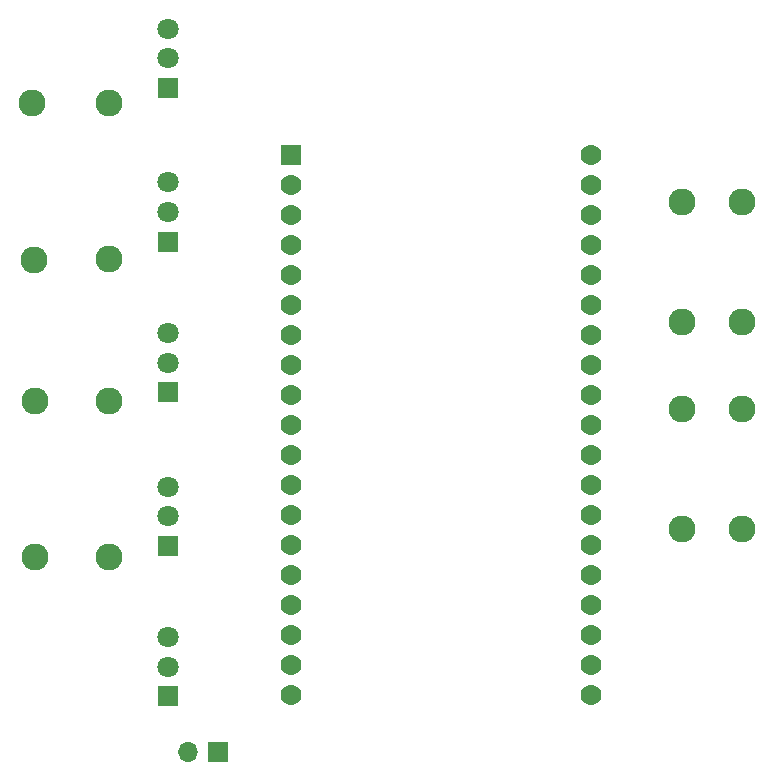
<source format=gbr>
%TF.GenerationSoftware,KiCad,Pcbnew,8.0.5*%
%TF.CreationDate,2024-11-17T20:05:27+09:00*%
%TF.ProjectId,VR_glove,56525f67-6c6f-4766-952e-6b696361645f,rev?*%
%TF.SameCoordinates,Original*%
%TF.FileFunction,Soldermask,Bot*%
%TF.FilePolarity,Negative*%
%FSLAX46Y46*%
G04 Gerber Fmt 4.6, Leading zero omitted, Abs format (unit mm)*
G04 Created by KiCad (PCBNEW 8.0.5) date 2024-11-17 20:05:27*
%MOMM*%
%LPD*%
G01*
G04 APERTURE LIST*
G04 Aperture macros list*
%AMRoundRect*
0 Rectangle with rounded corners*
0 $1 Rounding radius*
0 $2 $3 $4 $5 $6 $7 $8 $9 X,Y pos of 4 corners*
0 Add a 4 corners polygon primitive as box body*
4,1,4,$2,$3,$4,$5,$6,$7,$8,$9,$2,$3,0*
0 Add four circle primitives for the rounded corners*
1,1,$1+$1,$2,$3*
1,1,$1+$1,$4,$5*
1,1,$1+$1,$6,$7*
1,1,$1+$1,$8,$9*
0 Add four rect primitives between the rounded corners*
20,1,$1+$1,$2,$3,$4,$5,0*
20,1,$1+$1,$4,$5,$6,$7,0*
20,1,$1+$1,$6,$7,$8,$9,0*
20,1,$1+$1,$8,$9,$2,$3,0*%
G04 Aperture macros list end*
%ADD10RoundRect,0.102000X-0.780000X-0.780000X0.780000X-0.780000X0.780000X0.780000X-0.780000X0.780000X0*%
%ADD11C,1.764000*%
%ADD12C,2.286000*%
%ADD13C,1.800000*%
%ADD14R,1.800000X1.800000*%
%ADD15O,1.700000X1.700000*%
%ADD16R,1.700000X1.700000*%
G04 APERTURE END LIST*
D10*
%TO.C,U1*%
X144200000Y-61660000D03*
D11*
X144200000Y-64200000D03*
X144200000Y-66740000D03*
X144200000Y-69280000D03*
X144200000Y-71820000D03*
X144200000Y-74360000D03*
X144200000Y-76900000D03*
X144200000Y-79440000D03*
X144200000Y-81980000D03*
X144200000Y-84520000D03*
X144200000Y-87060000D03*
X144200000Y-89600000D03*
X144200000Y-92140000D03*
X144200000Y-94680000D03*
X144200000Y-97220000D03*
X144200000Y-99760000D03*
X144200000Y-102300000D03*
X144200000Y-104840000D03*
X144200000Y-107380000D03*
X169600000Y-61660000D03*
X169600000Y-64200000D03*
X169600000Y-66740000D03*
X169600000Y-69280000D03*
X169600000Y-71820000D03*
X169600000Y-74360000D03*
X169600000Y-76900000D03*
X169600000Y-79440000D03*
X169600000Y-81980000D03*
X169600000Y-84520000D03*
X169600000Y-87060000D03*
X169600000Y-89600000D03*
X169600000Y-92140000D03*
X169600000Y-94680000D03*
X169600000Y-97220000D03*
X169600000Y-99760000D03*
X169600000Y-102300000D03*
X169600000Y-104840000D03*
X169600000Y-107380000D03*
%TD*%
D12*
%TO.C,J9*%
X128750000Y-57250000D03*
%TD*%
D13*
%TO.C,RV1*%
X133750000Y-51000000D03*
X133750000Y-53500000D03*
D14*
X133750000Y-56000000D03*
%TD*%
D12*
%TO.C,J7*%
X128750000Y-70500000D03*
%TD*%
%TO.C,J1*%
X122500000Y-82500000D03*
%TD*%
%TO.C,J6*%
X128750000Y-82500000D03*
%TD*%
%TO.C,J5*%
X122250000Y-57250000D03*
%TD*%
%TO.C,SW3*%
X177250000Y-83170000D03*
X177250000Y-93330000D03*
X182330000Y-83170000D03*
X182330000Y-93330000D03*
%TD*%
%TO.C,J3*%
X122392000Y-70572000D03*
%TD*%
%TO.C,J4*%
X128750000Y-95750000D03*
%TD*%
D14*
%TO.C,RV2*%
X133750000Y-69000000D03*
D13*
X133750000Y-66500000D03*
X133750000Y-64000000D03*
%TD*%
D15*
%TO.C,J2*%
X135485000Y-112250000D03*
D16*
X138025000Y-112250000D03*
%TD*%
D12*
%TO.C,J8*%
X122500000Y-95750000D03*
%TD*%
%TO.C,SW4*%
X177250000Y-65670000D03*
X177250000Y-75830000D03*
X182330000Y-65670000D03*
X182330000Y-75830000D03*
%TD*%
D14*
%TO.C,RV5*%
X133750000Y-107500000D03*
D13*
X133750000Y-105000000D03*
X133750000Y-102500000D03*
%TD*%
D14*
%TO.C,RV4*%
X133750000Y-94750000D03*
D13*
X133750000Y-92250000D03*
X133750000Y-89750000D03*
%TD*%
D14*
%TO.C,RV3*%
X133750000Y-81750000D03*
D13*
X133750000Y-79250000D03*
X133750000Y-76750000D03*
%TD*%
M02*

</source>
